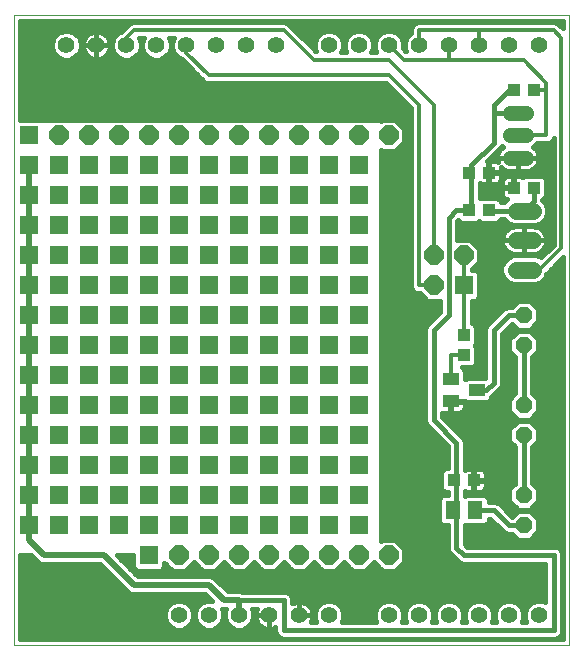
<source format=gtl>
G75*
G70*
%OFA0B0*%
%FSLAX24Y24*%
%IPPOS*%
%LPD*%
%AMOC8*
5,1,8,0,0,1.08239X$1,22.5*
%
%ADD10C,0.0000*%
%ADD11C,0.0555*%
%ADD12C,0.0560*%
%ADD13C,0.0516*%
%ADD14OC8,0.0560*%
%ADD15R,0.0433X0.0394*%
%ADD16R,0.0551X0.0394*%
%ADD17R,0.0512X0.0591*%
%ADD18R,0.0394X0.0433*%
%ADD19R,0.0640X0.0640*%
%ADD20OC8,0.0640*%
%ADD21C,0.0160*%
%ADD22R,0.0600X0.0600*%
%ADD23C,0.0200*%
%ADD24C,0.0120*%
D10*
X000252Y000181D02*
X000252Y021181D01*
X018752Y021181D01*
X018752Y000181D01*
X000252Y000181D01*
D11*
X005752Y001181D03*
X006752Y001181D03*
X007752Y001181D03*
X008752Y001181D03*
X009752Y001181D03*
X010752Y001181D03*
X012752Y001181D03*
X013752Y001181D03*
X014752Y001181D03*
X015752Y001181D03*
X016752Y001181D03*
X017752Y001181D03*
X017752Y020181D03*
X016752Y020181D03*
X015752Y020181D03*
X014752Y020181D03*
X013752Y020181D03*
X012752Y020181D03*
X011752Y020181D03*
X010752Y020181D03*
X009002Y020181D03*
X008002Y020181D03*
X007002Y020181D03*
X006002Y020181D03*
X005002Y020181D03*
X004002Y020181D03*
X003002Y020181D03*
X002002Y020181D03*
D12*
X016982Y014665D02*
X017542Y014665D01*
X017542Y013681D02*
X016982Y013681D01*
X016982Y012697D02*
X017542Y012697D01*
D13*
X017309Y016429D02*
X016793Y016429D01*
X016793Y017181D02*
X017309Y017181D01*
X017309Y017929D02*
X016793Y017929D01*
D14*
X017252Y011181D03*
X017252Y010181D03*
X017252Y008181D03*
X017252Y007181D03*
X017252Y005181D03*
X017252Y004181D03*
D15*
X015587Y005681D03*
X014917Y005681D03*
X015252Y009847D03*
X015252Y010516D03*
X016917Y015431D03*
X017587Y015431D03*
X016087Y015931D03*
X015417Y015931D03*
D16*
X014819Y009055D03*
X015685Y008681D03*
X014819Y008307D03*
D17*
X014878Y004681D03*
X015626Y004681D03*
D18*
X015417Y014681D03*
X016087Y014681D03*
X016917Y018681D03*
X017587Y018681D03*
D19*
X015252Y012181D03*
X000752Y017181D03*
X004752Y003181D03*
D20*
X005752Y003181D03*
X006752Y003181D03*
X007752Y003181D03*
X008752Y003181D03*
X009752Y003181D03*
X010752Y003181D03*
X011752Y003181D03*
X012752Y003181D03*
X014252Y012181D03*
X014252Y013181D03*
X015252Y013181D03*
X012752Y017181D03*
X011752Y017181D03*
X010752Y017181D03*
X009752Y017181D03*
X008752Y017181D03*
X007752Y017181D03*
X006752Y017181D03*
X005752Y017181D03*
X004752Y017181D03*
X003752Y017181D03*
X002752Y017181D03*
X001752Y017181D03*
D21*
X001987Y017681D02*
X001967Y017701D01*
X001537Y017701D01*
X001517Y017681D01*
X001175Y017681D01*
X001155Y017701D01*
X000452Y017701D01*
X000452Y020981D01*
X018552Y020981D01*
X018552Y020749D01*
X018399Y020902D01*
X018304Y020941D01*
X018200Y020941D01*
X015700Y020941D01*
X013700Y020941D01*
X013605Y020902D01*
X013532Y020829D01*
X013492Y020733D01*
X013492Y020630D01*
X013492Y020591D01*
X013481Y020586D01*
X013347Y020452D01*
X013274Y020276D01*
X013274Y020086D01*
X013317Y019984D01*
X013225Y020076D01*
X013229Y020086D01*
X013229Y020276D01*
X013157Y020452D01*
X013022Y020586D01*
X012847Y020659D01*
X012657Y020659D01*
X012481Y020586D01*
X012347Y020452D01*
X012274Y020276D01*
X012274Y020086D01*
X012335Y019941D01*
X012169Y019941D01*
X012229Y020086D01*
X012229Y020276D01*
X012157Y020452D01*
X012022Y020586D01*
X011847Y020659D01*
X011657Y020659D01*
X011481Y020586D01*
X011347Y020452D01*
X011274Y020276D01*
X011274Y020086D01*
X011335Y019941D01*
X011169Y019941D01*
X011229Y020086D01*
X011229Y020276D01*
X011157Y020452D01*
X011022Y020586D01*
X010847Y020659D01*
X010657Y020659D01*
X010481Y020586D01*
X010347Y020452D01*
X010274Y020276D01*
X010274Y020086D01*
X010317Y019984D01*
X009399Y020902D01*
X009304Y020941D01*
X009200Y020941D01*
X004200Y020941D01*
X004105Y020902D01*
X004032Y020829D01*
X003830Y020627D01*
X003731Y020586D01*
X003597Y020452D01*
X003524Y020276D01*
X003524Y020086D01*
X003597Y019911D01*
X003731Y019777D01*
X003907Y019704D01*
X004097Y019704D01*
X004272Y019777D01*
X004407Y019911D01*
X004479Y020086D01*
X004479Y020276D01*
X004419Y020421D01*
X004585Y020421D01*
X004524Y020276D01*
X004524Y020086D01*
X004597Y019911D01*
X004731Y019777D01*
X004907Y019704D01*
X005097Y019704D01*
X005272Y019777D01*
X005407Y019911D01*
X005479Y020086D01*
X005479Y020276D01*
X005419Y020421D01*
X005585Y020421D01*
X005524Y020276D01*
X005524Y020086D01*
X005597Y019911D01*
X005731Y019777D01*
X005830Y019736D01*
X005855Y019711D01*
X006532Y019034D01*
X006605Y018961D01*
X006700Y018921D01*
X012644Y018921D01*
X013492Y018074D01*
X013492Y012130D01*
X013532Y012034D01*
X013605Y011961D01*
X013700Y011921D01*
X013777Y011921D01*
X014037Y011661D01*
X014467Y011661D01*
X014472Y011666D01*
X014472Y011297D01*
X014093Y010919D01*
X014015Y010840D01*
X013972Y010737D01*
X013972Y007626D01*
X014015Y007523D01*
X014093Y007444D01*
X014093Y007444D01*
X014722Y006815D01*
X014722Y006078D01*
X014618Y006078D01*
X014501Y005961D01*
X014501Y005402D01*
X014618Y005285D01*
X014722Y005285D01*
X014722Y005177D01*
X014539Y005177D01*
X014422Y005060D01*
X014422Y004303D01*
X014539Y004186D01*
X014722Y004186D01*
X014722Y003487D01*
X014722Y003376D01*
X014765Y003273D01*
X015015Y003023D01*
X015015Y003023D01*
X015093Y002944D01*
X015196Y002901D01*
X017972Y002901D01*
X017972Y001607D01*
X017847Y001659D01*
X017657Y001659D01*
X017481Y001586D01*
X017347Y001452D01*
X017274Y001276D01*
X017274Y001086D01*
X017326Y000961D01*
X017178Y000961D01*
X017229Y001086D01*
X017229Y001276D01*
X017157Y001452D01*
X017022Y001586D01*
X016847Y001659D01*
X016657Y001659D01*
X016481Y001586D01*
X016347Y001452D01*
X016274Y001276D01*
X016274Y001086D01*
X016326Y000961D01*
X016178Y000961D01*
X016229Y001086D01*
X016229Y001276D01*
X016157Y001452D01*
X016022Y001586D01*
X015847Y001659D01*
X015657Y001659D01*
X015481Y001586D01*
X015347Y001452D01*
X015274Y001276D01*
X015274Y001086D01*
X015326Y000961D01*
X015178Y000961D01*
X015229Y001086D01*
X015229Y001276D01*
X015157Y001452D01*
X015022Y001586D01*
X014847Y001659D01*
X014657Y001659D01*
X014481Y001586D01*
X014347Y001452D01*
X014274Y001276D01*
X014274Y001086D01*
X014326Y000961D01*
X014178Y000961D01*
X014229Y001086D01*
X014229Y001276D01*
X014157Y001452D01*
X014022Y001586D01*
X013847Y001659D01*
X013657Y001659D01*
X013481Y001586D01*
X013347Y001452D01*
X013274Y001276D01*
X013274Y001086D01*
X013326Y000961D01*
X013178Y000961D01*
X013229Y001086D01*
X013229Y001276D01*
X013157Y001452D01*
X013022Y001586D01*
X012847Y001659D01*
X012657Y001659D01*
X012481Y001586D01*
X012347Y001452D01*
X012274Y001276D01*
X012274Y001086D01*
X012326Y000961D01*
X011178Y000961D01*
X011229Y001086D01*
X011229Y001276D01*
X011157Y001452D01*
X011022Y001586D01*
X010847Y001659D01*
X010657Y001659D01*
X010481Y001586D01*
X010347Y001452D01*
X010274Y001276D01*
X010274Y001086D01*
X010326Y000961D01*
X010153Y000961D01*
X010176Y001006D01*
X010198Y001074D01*
X010209Y001145D01*
X010209Y001181D01*
X009752Y001181D01*
X009752Y001182D01*
X009752Y001182D01*
X009752Y001639D01*
X009788Y001639D01*
X009859Y001628D01*
X009928Y001605D01*
X009992Y001573D01*
X010050Y001530D01*
X010101Y001479D01*
X010143Y001421D01*
X010176Y001357D01*
X010198Y001289D01*
X010209Y001217D01*
X010209Y001182D01*
X009752Y001182D01*
X009752Y001639D01*
X009716Y001639D01*
X009645Y001628D01*
X009576Y001605D01*
X009532Y001583D01*
X009532Y001737D01*
X009489Y001840D01*
X009411Y001919D01*
X009308Y001961D01*
X009196Y001961D01*
X007860Y001961D01*
X007812Y001981D01*
X007376Y001981D01*
X006922Y002436D01*
X006812Y002481D01*
X006692Y002481D01*
X004376Y002481D01*
X003676Y003181D01*
X004232Y003181D01*
X004232Y002779D01*
X004349Y002661D01*
X005155Y002661D01*
X005272Y002779D01*
X005272Y002926D01*
X005537Y002661D01*
X005967Y002661D01*
X006252Y002946D01*
X006537Y002661D01*
X006967Y002661D01*
X007252Y002946D01*
X007537Y002661D01*
X007967Y002661D01*
X008252Y002946D01*
X008537Y002661D01*
X008967Y002661D01*
X009252Y002946D01*
X009537Y002661D01*
X009967Y002661D01*
X010252Y002946D01*
X010537Y002661D01*
X010967Y002661D01*
X011252Y002946D01*
X011537Y002661D01*
X011967Y002661D01*
X012252Y002946D01*
X012537Y002661D01*
X012967Y002661D01*
X013272Y002966D01*
X013272Y003397D01*
X012967Y003701D01*
X012537Y003701D01*
X012502Y003667D01*
X012502Y016696D01*
X012537Y016661D01*
X012967Y016661D01*
X013272Y016966D01*
X013272Y017397D01*
X012967Y017701D01*
X012537Y017701D01*
X012502Y017667D01*
X012502Y017681D01*
X011987Y017681D01*
X011967Y017701D01*
X011537Y017701D01*
X011517Y017681D01*
X010987Y017681D01*
X010967Y017701D01*
X010537Y017701D01*
X010517Y017681D01*
X009987Y017681D01*
X009967Y017701D01*
X009537Y017701D01*
X009517Y017681D01*
X008987Y017681D01*
X008967Y017701D01*
X008537Y017701D01*
X008517Y017681D01*
X007987Y017681D01*
X007967Y017701D01*
X007537Y017701D01*
X007517Y017681D01*
X006987Y017681D01*
X006967Y017701D01*
X006537Y017701D01*
X006517Y017681D01*
X005987Y017681D01*
X005967Y017701D01*
X005537Y017701D01*
X005517Y017681D01*
X004987Y017681D01*
X004967Y017701D01*
X004537Y017701D01*
X004517Y017681D01*
X003987Y017681D01*
X003967Y017701D01*
X003537Y017701D01*
X003517Y017681D01*
X002987Y017681D01*
X002967Y017701D01*
X002537Y017701D01*
X002517Y017681D01*
X001987Y017681D01*
X000452Y017780D02*
X013492Y017780D01*
X013492Y017938D02*
X000452Y017938D01*
X000452Y018097D02*
X013469Y018097D01*
X013310Y018255D02*
X000452Y018255D01*
X000452Y018414D02*
X013152Y018414D01*
X012993Y018572D02*
X000452Y018572D01*
X000452Y018731D02*
X012835Y018731D01*
X012676Y018890D02*
X000452Y018890D01*
X000452Y019048D02*
X006518Y019048D01*
X006359Y019207D02*
X000452Y019207D01*
X000452Y019365D02*
X006201Y019365D01*
X006042Y019524D02*
X000452Y019524D01*
X000452Y019682D02*
X005883Y019682D01*
X005667Y019841D02*
X005337Y019841D01*
X005443Y019999D02*
X005561Y019999D01*
X005524Y020158D02*
X005479Y020158D01*
X005463Y020316D02*
X005541Y020316D01*
X004541Y020316D02*
X004463Y020316D01*
X004479Y020158D02*
X004524Y020158D01*
X004561Y019999D02*
X004443Y019999D01*
X004337Y019841D02*
X004667Y019841D01*
X003667Y019841D02*
X003308Y019841D01*
X003300Y019832D02*
X003351Y019883D01*
X003393Y019942D01*
X003426Y020006D01*
X003448Y020074D01*
X003459Y020145D01*
X003459Y020181D01*
X003002Y020181D01*
X003002Y019724D01*
X003038Y019724D01*
X003109Y019735D01*
X003178Y019757D01*
X003242Y019790D01*
X003300Y019832D01*
X003423Y019999D02*
X003561Y019999D01*
X003524Y020158D02*
X003459Y020158D01*
X003459Y020182D02*
X003459Y020217D01*
X003448Y020289D01*
X003426Y020357D01*
X003393Y020421D01*
X003351Y020479D01*
X003300Y020530D01*
X003242Y020573D01*
X003178Y020605D01*
X003109Y020628D01*
X003038Y020639D01*
X003002Y020639D01*
X003002Y020182D01*
X003002Y020182D01*
X003002Y020639D01*
X002966Y020639D01*
X002895Y020628D01*
X002826Y020605D01*
X002762Y020573D01*
X002704Y020530D01*
X002653Y020479D01*
X002611Y020421D01*
X002578Y020357D01*
X002556Y020289D01*
X002544Y020217D01*
X002544Y020182D01*
X003002Y020182D01*
X003459Y020182D01*
X003439Y020316D02*
X003541Y020316D01*
X003620Y020475D02*
X003354Y020475D01*
X003072Y020634D02*
X003836Y020634D01*
X003995Y020792D02*
X000452Y020792D01*
X000452Y020634D02*
X001846Y020634D01*
X001907Y020659D02*
X001731Y020586D01*
X001597Y020452D01*
X001524Y020276D01*
X001524Y020086D01*
X001597Y019911D01*
X001731Y019777D01*
X001907Y019704D01*
X002097Y019704D01*
X002272Y019777D01*
X002407Y019911D01*
X002479Y020086D01*
X002479Y020276D01*
X002407Y020452D01*
X002272Y020586D01*
X002097Y020659D01*
X001907Y020659D01*
X002158Y020634D02*
X002932Y020634D01*
X003002Y020634D02*
X003002Y020634D01*
X003002Y020475D02*
X003002Y020475D01*
X003002Y020316D02*
X003002Y020316D01*
X003002Y020182D02*
X003002Y020181D01*
X003002Y020181D01*
X003002Y019724D01*
X002966Y019724D01*
X002895Y019735D01*
X002826Y019757D01*
X002762Y019790D01*
X002704Y019832D01*
X002653Y019883D01*
X002611Y019942D01*
X002578Y020006D01*
X002556Y020074D01*
X002544Y020145D01*
X002544Y020181D01*
X003002Y020181D01*
X003002Y020182D01*
X003002Y020158D02*
X003002Y020158D01*
X003002Y019999D02*
X003002Y019999D01*
X003002Y019841D02*
X003002Y019841D01*
X002696Y019841D02*
X002337Y019841D01*
X002443Y019999D02*
X002581Y019999D01*
X002544Y020158D02*
X002479Y020158D01*
X002463Y020316D02*
X002565Y020316D01*
X002650Y020475D02*
X002384Y020475D01*
X001620Y020475D02*
X000452Y020475D01*
X000452Y020316D02*
X001541Y020316D01*
X001524Y020158D02*
X000452Y020158D01*
X000452Y019999D02*
X001561Y019999D01*
X001667Y019841D02*
X000452Y019841D01*
X000452Y020951D02*
X018552Y020951D01*
X018552Y020792D02*
X018509Y020792D01*
X016917Y018681D02*
X016752Y018681D01*
X016252Y018181D01*
X016252Y017931D01*
X016254Y017929D01*
X017051Y017929D01*
X016252Y017931D02*
X016252Y016931D01*
X015502Y016181D01*
X015502Y016016D01*
X015417Y015931D01*
X015502Y015847D01*
X015502Y014766D01*
X015417Y014681D02*
X015002Y014681D01*
X014752Y014431D01*
X014752Y011181D01*
X014252Y010681D01*
X014252Y007681D01*
X015002Y006931D01*
X015002Y005766D01*
X015002Y005681D02*
X015002Y004805D01*
X015002Y004681D02*
X015002Y003431D01*
X015252Y003181D01*
X018252Y003181D01*
X018252Y000681D01*
X009252Y000681D01*
X009252Y001681D01*
X007752Y001681D01*
X008178Y001401D02*
X008351Y001401D01*
X008328Y001357D01*
X008306Y001289D01*
X008294Y001217D01*
X008294Y001182D01*
X008752Y001182D01*
X008752Y001181D01*
X008752Y000724D01*
X008788Y000724D01*
X008859Y000735D01*
X008928Y000757D01*
X008972Y000780D01*
X008972Y000737D01*
X008972Y000626D01*
X009015Y000523D01*
X009093Y000444D01*
X009196Y000401D01*
X018196Y000401D01*
X018308Y000401D01*
X018411Y000444D01*
X018489Y000523D01*
X018532Y000626D01*
X018532Y003126D01*
X018532Y003237D01*
X018489Y003340D01*
X018411Y003419D01*
X018308Y003461D01*
X015368Y003461D01*
X015282Y003547D01*
X015282Y004191D01*
X015287Y004186D01*
X015965Y004186D01*
X016082Y004303D01*
X016082Y004401D01*
X016136Y004401D01*
X016515Y004023D01*
X016593Y003944D01*
X016696Y003901D01*
X016853Y003901D01*
X017053Y003701D01*
X017451Y003701D01*
X017732Y003983D01*
X017732Y004380D01*
X017451Y004661D01*
X017053Y004661D01*
X016861Y004469D01*
X016411Y004919D01*
X016308Y004961D01*
X016196Y004961D01*
X016082Y004961D01*
X016082Y005060D01*
X015965Y005177D01*
X015287Y005177D01*
X015282Y005171D01*
X015282Y005328D01*
X015301Y005317D01*
X015346Y005305D01*
X015568Y005305D01*
X015568Y005663D01*
X015605Y005663D01*
X015605Y005700D01*
X015568Y005700D01*
X015568Y006058D01*
X015346Y006058D01*
X015301Y006046D01*
X015282Y006035D01*
X015282Y006987D01*
X015239Y007090D01*
X015161Y007169D01*
X014532Y007797D01*
X014532Y007931D01*
X014800Y007931D01*
X014800Y008289D01*
X014837Y008289D01*
X014837Y007931D01*
X015118Y007931D01*
X015164Y007943D01*
X015205Y007966D01*
X015239Y008000D01*
X015262Y008041D01*
X015274Y008087D01*
X015274Y008289D01*
X014838Y008289D01*
X014838Y008326D01*
X015274Y008326D01*
X015274Y008337D01*
X015327Y008285D01*
X016043Y008285D01*
X016161Y008402D01*
X016161Y008444D01*
X016239Y008523D01*
X016489Y008773D01*
X016532Y008876D01*
X016532Y008987D01*
X016532Y010565D01*
X016861Y010894D01*
X017053Y010701D01*
X017451Y010701D01*
X017732Y010983D01*
X017732Y011380D01*
X017451Y011661D01*
X017053Y011661D01*
X016853Y011461D01*
X016808Y011461D01*
X016696Y011461D01*
X016593Y011419D01*
X016093Y010919D01*
X016015Y010840D01*
X015972Y010737D01*
X015972Y009078D01*
X015327Y009078D01*
X015294Y009046D01*
X015294Y009335D01*
X015180Y009450D01*
X015551Y009450D01*
X015668Y009567D01*
X015668Y010126D01*
X015614Y010181D01*
X015668Y010236D01*
X015668Y010796D01*
X015551Y010913D01*
X015512Y010913D01*
X015512Y011661D01*
X015655Y011661D01*
X015772Y011779D01*
X015772Y012584D01*
X015655Y012701D01*
X015512Y012701D01*
X015512Y012706D01*
X015772Y012966D01*
X015772Y013397D01*
X015467Y013701D01*
X015037Y013701D01*
X015032Y013697D01*
X015032Y014315D01*
X015059Y014343D01*
X015138Y014265D01*
X015697Y014265D01*
X015752Y014320D01*
X015807Y014265D01*
X016366Y014265D01*
X016483Y014382D01*
X016483Y014385D01*
X016584Y014385D01*
X016711Y014258D01*
X016887Y014185D01*
X017638Y014185D01*
X017814Y014258D01*
X017949Y014393D01*
X018022Y014570D01*
X018022Y014761D01*
X017949Y014937D01*
X017867Y015020D01*
X017867Y015035D01*
X017886Y015035D01*
X018003Y015152D01*
X018003Y015711D01*
X017886Y015828D01*
X017287Y015828D01*
X017236Y015777D01*
X017203Y015796D01*
X017158Y015808D01*
X016936Y015808D01*
X016936Y015450D01*
X016899Y015450D01*
X016899Y015808D01*
X016677Y015808D01*
X016631Y015796D01*
X016590Y015772D01*
X016557Y015739D01*
X016533Y015698D01*
X016521Y015652D01*
X016521Y015450D01*
X016899Y015450D01*
X016899Y015413D01*
X016521Y015413D01*
X016521Y015211D01*
X016533Y015165D01*
X016557Y015124D01*
X016590Y015091D01*
X016631Y015067D01*
X016677Y015055D01*
X016693Y015055D01*
X016584Y014945D01*
X016483Y014945D01*
X016483Y014981D01*
X016366Y015098D01*
X015807Y015098D01*
X015782Y015073D01*
X015782Y015578D01*
X015801Y015567D01*
X015846Y015555D01*
X016068Y015555D01*
X016068Y015913D01*
X016105Y015913D01*
X016105Y015950D01*
X016068Y015950D01*
X016068Y016308D01*
X016025Y016308D01*
X016489Y016773D01*
X016508Y016819D01*
X016534Y016793D01*
X016544Y016789D01*
X016508Y016763D01*
X016459Y016715D01*
X016419Y016659D01*
X016388Y016597D01*
X016366Y016532D01*
X016356Y016464D01*
X016356Y016430D01*
X017051Y016430D01*
X017051Y016429D01*
X017051Y016429D01*
X017051Y015992D01*
X016759Y015992D01*
X016691Y016002D01*
X016625Y016024D01*
X016564Y016055D01*
X016508Y016096D01*
X016483Y016121D01*
X016483Y015950D01*
X016105Y015950D01*
X016105Y016308D01*
X016327Y016308D01*
X016373Y016296D01*
X016377Y016293D01*
X016366Y016327D01*
X016356Y016395D01*
X016356Y016429D01*
X017051Y016429D01*
X017051Y015992D01*
X017343Y015992D01*
X017411Y016002D01*
X017477Y016024D01*
X017538Y016055D01*
X017594Y016096D01*
X017643Y016144D01*
X017683Y016200D01*
X017715Y016261D01*
X017736Y016327D01*
X017747Y016395D01*
X017747Y016429D01*
X017052Y016429D01*
X017052Y016430D01*
X017747Y016430D01*
X017747Y016464D01*
X017736Y016532D01*
X017715Y016597D01*
X017683Y016659D01*
X017643Y016715D01*
X017594Y016763D01*
X017558Y016789D01*
X017568Y016793D01*
X017696Y016921D01*
X018054Y016921D01*
X018149Y016961D01*
X018222Y017034D01*
X018242Y017082D01*
X018242Y013539D01*
X017809Y013106D01*
X017638Y013177D01*
X016887Y013177D01*
X016711Y013104D01*
X016576Y012969D01*
X016502Y012792D01*
X016502Y012601D01*
X016576Y012425D01*
X016711Y012290D01*
X016887Y012217D01*
X017638Y012217D01*
X017814Y012290D01*
X017949Y012425D01*
X018010Y012572D01*
X018552Y013114D01*
X018552Y000381D01*
X000452Y000381D01*
X000452Y003181D01*
X000828Y003181D01*
X000998Y003011D01*
X001082Y002927D01*
X001192Y002881D01*
X003128Y002881D01*
X003998Y002011D01*
X004082Y001927D01*
X004192Y001881D01*
X006628Y001881D01*
X006853Y001656D01*
X006847Y001659D01*
X006657Y001659D01*
X006481Y001586D01*
X006347Y001452D01*
X006274Y001276D01*
X006274Y001086D01*
X006347Y000911D01*
X006481Y000777D01*
X006657Y000704D01*
X006847Y000704D01*
X007022Y000777D01*
X007157Y000911D01*
X007229Y001086D01*
X007229Y001276D01*
X007185Y001385D01*
X007192Y001381D01*
X007318Y001381D01*
X007274Y001276D01*
X007274Y001086D01*
X007347Y000911D01*
X007481Y000777D01*
X007657Y000704D01*
X007847Y000704D01*
X008022Y000777D01*
X008157Y000911D01*
X008229Y001086D01*
X008229Y001276D01*
X008178Y001401D01*
X008223Y001291D02*
X008307Y001291D01*
X008294Y001181D02*
X008294Y001145D01*
X008306Y001074D01*
X008328Y001006D01*
X008361Y000942D01*
X008403Y000883D01*
X008454Y000832D01*
X008512Y000790D01*
X008576Y000757D01*
X008645Y000735D01*
X008716Y000724D01*
X008752Y000724D01*
X008752Y001181D01*
X008752Y001181D01*
X008294Y001181D01*
X008296Y001133D02*
X008229Y001133D01*
X008183Y000974D02*
X008344Y000974D01*
X008477Y000816D02*
X008061Y000816D01*
X007443Y000816D02*
X007061Y000816D01*
X007183Y000974D02*
X007321Y000974D01*
X007274Y001133D02*
X007229Y001133D01*
X007223Y001291D02*
X007281Y001291D01*
X006742Y001767D02*
X000452Y001767D01*
X000452Y001925D02*
X004086Y001925D01*
X003925Y002084D02*
X000452Y002084D01*
X000452Y002242D02*
X003767Y002242D01*
X003608Y002401D02*
X000452Y002401D01*
X000452Y002560D02*
X003450Y002560D01*
X003291Y002718D02*
X000452Y002718D01*
X000452Y002877D02*
X003132Y002877D01*
X003822Y003035D02*
X004232Y003035D01*
X004232Y002877D02*
X003981Y002877D01*
X004139Y002718D02*
X004292Y002718D01*
X004298Y002560D02*
X017972Y002560D01*
X017972Y002718D02*
X013024Y002718D01*
X013183Y002877D02*
X017972Y002877D01*
X018532Y002877D02*
X018552Y002877D01*
X018552Y003035D02*
X018532Y003035D01*
X018532Y003194D02*
X018552Y003194D01*
X018552Y003352D02*
X018477Y003352D01*
X018552Y003511D02*
X015318Y003511D01*
X015282Y003669D02*
X018552Y003669D01*
X018552Y003828D02*
X017577Y003828D01*
X017732Y003986D02*
X018552Y003986D01*
X018552Y004145D02*
X017732Y004145D01*
X017732Y004304D02*
X018552Y004304D01*
X018552Y004462D02*
X017650Y004462D01*
X017491Y004621D02*
X018552Y004621D01*
X018552Y004779D02*
X017529Y004779D01*
X017451Y004701D02*
X017732Y004983D01*
X017732Y005380D01*
X017532Y005580D01*
X017532Y006783D01*
X017732Y006983D01*
X017732Y007380D01*
X017451Y007661D01*
X017053Y007661D01*
X016772Y007380D01*
X016772Y006983D01*
X016972Y006783D01*
X016972Y005580D01*
X016772Y005380D01*
X016772Y004983D01*
X017053Y004701D01*
X017451Y004701D01*
X017687Y004938D02*
X018552Y004938D01*
X018552Y005096D02*
X017732Y005096D01*
X017732Y005255D02*
X018552Y005255D01*
X018552Y005413D02*
X017699Y005413D01*
X017540Y005572D02*
X018552Y005572D01*
X018552Y005730D02*
X017532Y005730D01*
X017532Y005889D02*
X018552Y005889D01*
X018552Y006048D02*
X017532Y006048D01*
X017532Y006206D02*
X018552Y006206D01*
X018552Y006365D02*
X017532Y006365D01*
X017532Y006523D02*
X018552Y006523D01*
X018552Y006682D02*
X017532Y006682D01*
X017590Y006840D02*
X018552Y006840D01*
X018552Y006999D02*
X017732Y006999D01*
X017732Y007157D02*
X018552Y007157D01*
X018552Y007316D02*
X017732Y007316D01*
X017638Y007474D02*
X018552Y007474D01*
X018552Y007633D02*
X017479Y007633D01*
X017451Y007701D02*
X017053Y007701D01*
X016772Y007983D01*
X016772Y008380D01*
X016972Y008580D01*
X016972Y009783D01*
X016772Y009983D01*
X016772Y010380D01*
X017053Y010661D01*
X017451Y010661D01*
X017732Y010380D01*
X017732Y009983D01*
X017532Y009783D01*
X017532Y008580D01*
X017732Y008380D01*
X017732Y007983D01*
X017451Y007701D01*
X017541Y007791D02*
X018552Y007791D01*
X018552Y007950D02*
X017699Y007950D01*
X017732Y008109D02*
X018552Y008109D01*
X018552Y008267D02*
X017732Y008267D01*
X017686Y008426D02*
X018552Y008426D01*
X018552Y008584D02*
X017532Y008584D01*
X017532Y008743D02*
X018552Y008743D01*
X018552Y008901D02*
X017532Y008901D01*
X017532Y009060D02*
X018552Y009060D01*
X018552Y009218D02*
X017532Y009218D01*
X017532Y009377D02*
X018552Y009377D01*
X018552Y009535D02*
X017532Y009535D01*
X017532Y009694D02*
X018552Y009694D01*
X018552Y009853D02*
X017602Y009853D01*
X017732Y010011D02*
X018552Y010011D01*
X018552Y010170D02*
X017732Y010170D01*
X017732Y010328D02*
X018552Y010328D01*
X018552Y010487D02*
X017625Y010487D01*
X017467Y010645D02*
X018552Y010645D01*
X018552Y010804D02*
X017553Y010804D01*
X017712Y010962D02*
X018552Y010962D01*
X018552Y011121D02*
X017732Y011121D01*
X017732Y011279D02*
X018552Y011279D01*
X018552Y011438D02*
X017674Y011438D01*
X017516Y011597D02*
X018552Y011597D01*
X018552Y011755D02*
X015748Y011755D01*
X015772Y011914D02*
X018552Y011914D01*
X018552Y012072D02*
X015772Y012072D01*
X015772Y012231D02*
X016853Y012231D01*
X016611Y012389D02*
X015772Y012389D01*
X015772Y012548D02*
X016525Y012548D01*
X016502Y012706D02*
X015512Y012706D01*
X015671Y012865D02*
X016533Y012865D01*
X016630Y013023D02*
X015772Y013023D01*
X015772Y013182D02*
X017885Y013182D01*
X017784Y013288D02*
X017842Y013330D01*
X017893Y013381D01*
X017936Y013440D01*
X017969Y013504D01*
X017991Y013573D01*
X018002Y013645D01*
X018002Y013681D01*
X018002Y013717D01*
X017991Y013789D01*
X017969Y013858D01*
X017936Y013922D01*
X017893Y013981D01*
X017842Y014032D01*
X017784Y014074D01*
X017719Y014107D01*
X017650Y014130D01*
X017579Y014141D01*
X017263Y014141D01*
X017263Y013681D01*
X018002Y013681D01*
X017263Y013681D01*
X017263Y013681D01*
X017262Y013681D01*
X017262Y013681D01*
X016522Y013681D01*
X016522Y013717D01*
X016534Y013789D01*
X016556Y013858D01*
X016589Y013922D01*
X016632Y013981D01*
X016683Y014032D01*
X016741Y014074D01*
X016806Y014107D01*
X016875Y014130D01*
X016946Y014141D01*
X017262Y014141D01*
X017262Y013681D01*
X016522Y013681D01*
X016522Y013645D01*
X016534Y013573D01*
X016556Y013504D01*
X016589Y013440D01*
X016632Y013381D01*
X016683Y013330D01*
X016741Y013288D01*
X016806Y013255D01*
X016875Y013232D01*
X016946Y013221D01*
X017262Y013221D01*
X017262Y013681D01*
X017263Y013681D01*
X017263Y013221D01*
X017579Y013221D01*
X017650Y013232D01*
X017719Y013255D01*
X017784Y013288D01*
X017853Y013341D02*
X018043Y013341D01*
X017966Y013499D02*
X018202Y013499D01*
X018242Y013658D02*
X018002Y013658D01*
X017982Y013816D02*
X018242Y013816D01*
X018242Y013975D02*
X017898Y013975D01*
X017627Y014133D02*
X018242Y014133D01*
X018242Y014292D02*
X017848Y014292D01*
X017973Y014450D02*
X018242Y014450D01*
X018242Y014609D02*
X018022Y014609D01*
X018020Y014767D02*
X018242Y014767D01*
X018242Y014926D02*
X017954Y014926D01*
X017936Y015084D02*
X018242Y015084D01*
X018242Y015243D02*
X018003Y015243D01*
X018003Y015402D02*
X018242Y015402D01*
X018242Y015560D02*
X018003Y015560D01*
X017996Y015719D02*
X018242Y015719D01*
X018242Y015877D02*
X016483Y015877D01*
X016483Y015913D02*
X016105Y015913D01*
X016105Y015555D01*
X016327Y015555D01*
X016373Y015567D01*
X016414Y015591D01*
X016447Y015624D01*
X016471Y015665D01*
X016483Y015711D01*
X016483Y015913D01*
X016483Y016036D02*
X016602Y016036D01*
X016362Y016353D02*
X016069Y016353D01*
X016068Y016194D02*
X016105Y016194D01*
X016105Y016036D02*
X016068Y016036D01*
X016068Y015877D02*
X016105Y015877D01*
X016105Y015719D02*
X016068Y015719D01*
X016068Y015560D02*
X016105Y015560D01*
X016348Y015560D02*
X016521Y015560D01*
X016521Y015402D02*
X015782Y015402D01*
X015782Y015560D02*
X015826Y015560D01*
X015782Y015243D02*
X016521Y015243D01*
X016601Y015084D02*
X016380Y015084D01*
X016103Y014665D02*
X017262Y014665D01*
X017587Y014989D01*
X017587Y015431D01*
X016936Y015560D02*
X016899Y015560D01*
X016899Y015719D02*
X016936Y015719D01*
X016545Y015719D02*
X016483Y015719D01*
X017051Y016036D02*
X017051Y016036D01*
X017051Y016194D02*
X017051Y016194D01*
X017051Y016353D02*
X017051Y016353D01*
X017501Y016036D02*
X018242Y016036D01*
X018242Y016194D02*
X017679Y016194D01*
X017740Y016353D02*
X018242Y016353D01*
X018242Y016511D02*
X017739Y016511D01*
X017675Y016670D02*
X018242Y016670D01*
X018242Y016828D02*
X017603Y016828D01*
X018175Y016987D02*
X018242Y016987D01*
X016427Y016670D02*
X016386Y016670D01*
X016363Y016511D02*
X016228Y016511D01*
X015794Y015084D02*
X015782Y015084D01*
X015780Y014292D02*
X015724Y014292D01*
X015111Y014292D02*
X015032Y014292D01*
X015032Y014133D02*
X016898Y014133D01*
X016677Y014292D02*
X016393Y014292D01*
X016627Y013975D02*
X015032Y013975D01*
X015032Y013816D02*
X016543Y013816D01*
X016522Y013658D02*
X015511Y013658D01*
X015670Y013499D02*
X016559Y013499D01*
X016672Y013341D02*
X015772Y013341D01*
X017262Y013341D02*
X017263Y013341D01*
X017262Y013499D02*
X017263Y013499D01*
X017262Y013658D02*
X017263Y013658D01*
X017262Y013816D02*
X017263Y013816D01*
X017262Y013975D02*
X017263Y013975D01*
X017262Y014133D02*
X017263Y014133D01*
X018462Y013023D02*
X018552Y013023D01*
X018552Y012865D02*
X018303Y012865D01*
X018145Y012706D02*
X018552Y012706D01*
X018552Y012548D02*
X018000Y012548D01*
X017914Y012389D02*
X018552Y012389D01*
X018552Y012231D02*
X017672Y012231D01*
X016988Y011597D02*
X015512Y011597D01*
X015512Y011438D02*
X016640Y011438D01*
X016454Y011279D02*
X015512Y011279D01*
X015512Y011121D02*
X016296Y011121D01*
X016137Y010962D02*
X015512Y010962D01*
X015660Y010804D02*
X016000Y010804D01*
X015972Y010645D02*
X015668Y010645D01*
X015668Y010487D02*
X015972Y010487D01*
X015972Y010328D02*
X015668Y010328D01*
X015625Y010170D02*
X015972Y010170D01*
X015972Y010011D02*
X015668Y010011D01*
X015668Y009853D02*
X015972Y009853D01*
X015972Y009694D02*
X015668Y009694D01*
X015637Y009535D02*
X015972Y009535D01*
X015972Y009377D02*
X015253Y009377D01*
X015294Y009218D02*
X015972Y009218D01*
X015308Y009060D02*
X015294Y009060D01*
X015685Y008681D02*
X016002Y008681D01*
X016252Y008931D01*
X016252Y010681D01*
X016752Y011181D01*
X017252Y011181D01*
X016951Y010804D02*
X016770Y010804D01*
X016612Y010645D02*
X017037Y010645D01*
X016879Y010487D02*
X016532Y010487D01*
X016532Y010328D02*
X016772Y010328D01*
X016772Y010170D02*
X016532Y010170D01*
X016532Y010011D02*
X016772Y010011D01*
X016902Y009853D02*
X016532Y009853D01*
X016532Y009694D02*
X016972Y009694D01*
X016972Y009535D02*
X016532Y009535D01*
X016532Y009377D02*
X016972Y009377D01*
X016972Y009218D02*
X016532Y009218D01*
X016532Y009060D02*
X016972Y009060D01*
X016972Y008901D02*
X016532Y008901D01*
X016459Y008743D02*
X016972Y008743D01*
X016972Y008584D02*
X016301Y008584D01*
X016161Y008426D02*
X016817Y008426D01*
X016772Y008267D02*
X015274Y008267D01*
X015274Y008109D02*
X016772Y008109D01*
X016805Y007950D02*
X015176Y007950D01*
X014837Y007950D02*
X014800Y007950D01*
X014800Y008109D02*
X014837Y008109D01*
X014837Y008267D02*
X014800Y008267D01*
X014538Y007791D02*
X016963Y007791D01*
X017025Y007633D02*
X014696Y007633D01*
X014855Y007474D02*
X016866Y007474D01*
X016772Y007316D02*
X015013Y007316D01*
X015161Y007169D02*
X015161Y007169D01*
X015172Y007157D02*
X016772Y007157D01*
X016772Y006999D02*
X015277Y006999D01*
X015282Y006840D02*
X016914Y006840D01*
X016972Y006682D02*
X015282Y006682D01*
X015282Y006523D02*
X016972Y006523D01*
X016972Y006365D02*
X015282Y006365D01*
X015282Y006206D02*
X016972Y006206D01*
X016972Y006048D02*
X015867Y006048D01*
X015873Y006046D02*
X015827Y006058D01*
X015605Y006058D01*
X015605Y005700D01*
X015983Y005700D01*
X015983Y005902D01*
X015971Y005948D01*
X015947Y005989D01*
X015914Y006022D01*
X015873Y006046D01*
X015983Y005889D02*
X016972Y005889D01*
X016972Y005730D02*
X015983Y005730D01*
X015983Y005663D02*
X015605Y005663D01*
X015605Y005305D01*
X015827Y005305D01*
X015873Y005317D01*
X015914Y005341D01*
X015947Y005374D01*
X015971Y005415D01*
X015983Y005461D01*
X015983Y005663D01*
X015983Y005572D02*
X016964Y005572D01*
X016805Y005413D02*
X015970Y005413D01*
X015605Y005413D02*
X015568Y005413D01*
X015568Y005572D02*
X015605Y005572D01*
X015605Y005730D02*
X015568Y005730D01*
X015568Y005889D02*
X015605Y005889D01*
X015605Y006048D02*
X015568Y006048D01*
X015306Y006048D02*
X015282Y006048D01*
X014722Y006206D02*
X012502Y006206D01*
X012502Y006048D02*
X014587Y006048D01*
X014501Y005889D02*
X012502Y005889D01*
X012502Y005730D02*
X014501Y005730D01*
X014501Y005572D02*
X012502Y005572D01*
X012502Y005413D02*
X014501Y005413D01*
X014722Y005255D02*
X012502Y005255D01*
X012502Y005096D02*
X014459Y005096D01*
X014422Y004938D02*
X012502Y004938D01*
X012502Y004779D02*
X014422Y004779D01*
X014422Y004621D02*
X012502Y004621D01*
X012502Y004462D02*
X014422Y004462D01*
X014422Y004304D02*
X012502Y004304D01*
X012502Y004145D02*
X014722Y004145D01*
X014722Y003986D02*
X012502Y003986D01*
X012502Y003828D02*
X014722Y003828D01*
X014722Y003669D02*
X012999Y003669D01*
X013158Y003511D02*
X014722Y003511D01*
X014732Y003352D02*
X013272Y003352D01*
X013272Y003194D02*
X014844Y003194D01*
X015002Y003035D02*
X013272Y003035D01*
X012480Y002718D02*
X012024Y002718D01*
X012183Y002877D02*
X012321Y002877D01*
X011480Y002718D02*
X011024Y002718D01*
X011183Y002877D02*
X011321Y002877D01*
X010480Y002718D02*
X010024Y002718D01*
X010183Y002877D02*
X010321Y002877D01*
X009480Y002718D02*
X009024Y002718D01*
X009183Y002877D02*
X009321Y002877D01*
X008480Y002718D02*
X008024Y002718D01*
X008183Y002877D02*
X008321Y002877D01*
X007480Y002718D02*
X007024Y002718D01*
X007183Y002877D02*
X007321Y002877D01*
X006957Y002401D02*
X017972Y002401D01*
X017972Y002242D02*
X007115Y002242D01*
X007274Y002084D02*
X017972Y002084D01*
X017972Y001925D02*
X009395Y001925D01*
X009520Y001767D02*
X017972Y001767D01*
X017969Y001608D02*
X017972Y001608D01*
X017535Y001608D02*
X016969Y001608D01*
X017158Y001450D02*
X017346Y001450D01*
X017281Y001291D02*
X017223Y001291D01*
X017229Y001133D02*
X017274Y001133D01*
X017321Y000974D02*
X017183Y000974D01*
X016321Y000974D02*
X016183Y000974D01*
X016229Y001133D02*
X016274Y001133D01*
X016281Y001291D02*
X016223Y001291D01*
X016158Y001450D02*
X016346Y001450D01*
X016535Y001608D02*
X015969Y001608D01*
X015535Y001608D02*
X014969Y001608D01*
X015158Y001450D02*
X015346Y001450D01*
X015281Y001291D02*
X015223Y001291D01*
X015229Y001133D02*
X015274Y001133D01*
X015321Y000974D02*
X015183Y000974D01*
X014321Y000974D02*
X014183Y000974D01*
X014229Y001133D02*
X014274Y001133D01*
X014281Y001291D02*
X014223Y001291D01*
X014158Y001450D02*
X014346Y001450D01*
X014535Y001608D02*
X013969Y001608D01*
X013535Y001608D02*
X012969Y001608D01*
X013158Y001450D02*
X013346Y001450D01*
X013281Y001291D02*
X013223Y001291D01*
X013229Y001133D02*
X013274Y001133D01*
X013321Y000974D02*
X013183Y000974D01*
X012321Y000974D02*
X011183Y000974D01*
X011229Y001133D02*
X012274Y001133D01*
X012281Y001291D02*
X011223Y001291D01*
X011158Y001450D02*
X012346Y001450D01*
X012535Y001608D02*
X010969Y001608D01*
X010535Y001608D02*
X009919Y001608D01*
X009752Y001608D02*
X009752Y001608D01*
X009752Y001450D02*
X009752Y001450D01*
X009752Y001291D02*
X009752Y001291D01*
X009585Y001608D02*
X009532Y001608D01*
X010122Y001450D02*
X010346Y001450D01*
X010281Y001291D02*
X010197Y001291D01*
X010207Y001133D02*
X010274Y001133D01*
X010321Y000974D02*
X010160Y000974D01*
X009039Y000499D02*
X000452Y000499D01*
X000452Y000657D02*
X008972Y000657D01*
X008752Y000816D02*
X008752Y000816D01*
X008752Y000974D02*
X008752Y000974D01*
X008752Y001133D02*
X008752Y001133D01*
X006535Y001608D02*
X005969Y001608D01*
X006022Y001586D02*
X005847Y001659D01*
X005657Y001659D01*
X005481Y001586D01*
X005347Y001452D01*
X005274Y001276D01*
X005274Y001086D01*
X005347Y000911D01*
X005481Y000777D01*
X005657Y000704D01*
X005847Y000704D01*
X006022Y000777D01*
X006157Y000911D01*
X006229Y001086D01*
X006229Y001276D01*
X006157Y001452D01*
X006022Y001586D01*
X006158Y001450D02*
X006346Y001450D01*
X006281Y001291D02*
X006223Y001291D01*
X006229Y001133D02*
X006274Y001133D01*
X006321Y000974D02*
X006183Y000974D01*
X006061Y000816D02*
X006443Y000816D01*
X005443Y000816D02*
X000452Y000816D01*
X000452Y000974D02*
X005321Y000974D01*
X005274Y001133D02*
X000452Y001133D01*
X000452Y001291D02*
X005281Y001291D01*
X005346Y001450D02*
X000452Y001450D01*
X000452Y001608D02*
X005535Y001608D01*
X005480Y002718D02*
X005211Y002718D01*
X005272Y002877D02*
X005321Y002877D01*
X006024Y002718D02*
X006480Y002718D01*
X006321Y002877D02*
X006183Y002877D01*
X000974Y003035D02*
X000452Y003035D01*
X012502Y003669D02*
X012505Y003669D01*
X015282Y003828D02*
X016927Y003828D01*
X016551Y003986D02*
X015282Y003986D01*
X015282Y004145D02*
X016392Y004145D01*
X016234Y004304D02*
X016082Y004304D01*
X016252Y004681D02*
X016752Y004181D01*
X017252Y004181D01*
X017012Y004621D02*
X016709Y004621D01*
X016550Y004779D02*
X016975Y004779D01*
X016817Y004938D02*
X016365Y004938D01*
X016045Y005096D02*
X016772Y005096D01*
X016772Y005255D02*
X015282Y005255D01*
X015626Y004681D02*
X016252Y004681D01*
X017252Y005181D02*
X017252Y007181D01*
X017252Y008181D02*
X017252Y010181D01*
X014454Y011279D02*
X012502Y011279D01*
X012502Y011121D02*
X014296Y011121D01*
X014137Y010962D02*
X012502Y010962D01*
X012502Y010804D02*
X014000Y010804D01*
X013972Y010645D02*
X012502Y010645D01*
X012502Y010487D02*
X013972Y010487D01*
X013972Y010328D02*
X012502Y010328D01*
X012502Y010170D02*
X013972Y010170D01*
X013972Y010011D02*
X012502Y010011D01*
X012502Y009853D02*
X013972Y009853D01*
X013972Y009694D02*
X012502Y009694D01*
X012502Y009535D02*
X013972Y009535D01*
X013972Y009377D02*
X012502Y009377D01*
X012502Y009218D02*
X013972Y009218D01*
X013972Y009060D02*
X012502Y009060D01*
X012502Y008901D02*
X013972Y008901D01*
X013972Y008743D02*
X012502Y008743D01*
X012502Y008584D02*
X013972Y008584D01*
X013972Y008426D02*
X012502Y008426D01*
X012502Y008267D02*
X013972Y008267D01*
X013972Y008109D02*
X012502Y008109D01*
X012502Y007950D02*
X013972Y007950D01*
X013972Y007791D02*
X012502Y007791D01*
X012502Y007633D02*
X013972Y007633D01*
X014063Y007474D02*
X012502Y007474D01*
X012502Y007316D02*
X014222Y007316D01*
X014380Y007157D02*
X012502Y007157D01*
X012502Y006999D02*
X014539Y006999D01*
X014697Y006840D02*
X012502Y006840D01*
X012502Y006682D02*
X014722Y006682D01*
X014722Y006523D02*
X012502Y006523D01*
X012502Y006365D02*
X014722Y006365D01*
X018532Y002718D02*
X018552Y002718D01*
X018552Y002560D02*
X018532Y002560D01*
X018532Y002401D02*
X018552Y002401D01*
X018552Y002242D02*
X018532Y002242D01*
X018532Y002084D02*
X018552Y002084D01*
X018552Y001925D02*
X018532Y001925D01*
X018532Y001767D02*
X018552Y001767D01*
X018552Y001608D02*
X018532Y001608D01*
X018532Y001450D02*
X018552Y001450D01*
X018552Y001291D02*
X018532Y001291D01*
X018532Y001133D02*
X018552Y001133D01*
X018552Y000974D02*
X018532Y000974D01*
X018532Y000816D02*
X018552Y000816D01*
X018552Y000657D02*
X018532Y000657D01*
X018552Y000499D02*
X018465Y000499D01*
X014472Y011438D02*
X012502Y011438D01*
X012502Y011597D02*
X014472Y011597D01*
X013943Y011755D02*
X012502Y011755D01*
X012502Y011914D02*
X013784Y011914D01*
X013516Y012072D02*
X012502Y012072D01*
X012502Y012231D02*
X013492Y012231D01*
X013492Y012389D02*
X012502Y012389D01*
X012502Y012548D02*
X013492Y012548D01*
X013492Y012706D02*
X012502Y012706D01*
X012502Y012865D02*
X013492Y012865D01*
X013492Y013023D02*
X012502Y013023D01*
X012502Y013182D02*
X013492Y013182D01*
X013492Y013341D02*
X012502Y013341D01*
X012502Y013499D02*
X013492Y013499D01*
X013492Y013658D02*
X012502Y013658D01*
X012502Y013816D02*
X013492Y013816D01*
X013492Y013975D02*
X012502Y013975D01*
X012502Y014133D02*
X013492Y014133D01*
X013492Y014292D02*
X012502Y014292D01*
X012502Y014450D02*
X013492Y014450D01*
X013492Y014609D02*
X012502Y014609D01*
X012502Y014767D02*
X013492Y014767D01*
X013492Y014926D02*
X012502Y014926D01*
X012502Y015084D02*
X013492Y015084D01*
X013492Y015243D02*
X012502Y015243D01*
X012502Y015402D02*
X013492Y015402D01*
X013492Y015560D02*
X012502Y015560D01*
X012502Y015719D02*
X013492Y015719D01*
X013492Y015877D02*
X012502Y015877D01*
X012502Y016036D02*
X013492Y016036D01*
X013492Y016194D02*
X012502Y016194D01*
X012502Y016353D02*
X013492Y016353D01*
X013492Y016511D02*
X012502Y016511D01*
X012502Y016670D02*
X012528Y016670D01*
X012976Y016670D02*
X013492Y016670D01*
X013492Y016828D02*
X013134Y016828D01*
X013272Y016987D02*
X013492Y016987D01*
X013492Y017146D02*
X013272Y017146D01*
X013272Y017304D02*
X013492Y017304D01*
X013492Y017463D02*
X013206Y017463D01*
X013048Y017621D02*
X013492Y017621D01*
X013311Y019999D02*
X013302Y019999D01*
X013274Y020158D02*
X013229Y020158D01*
X013213Y020316D02*
X013291Y020316D01*
X013370Y020475D02*
X013134Y020475D01*
X012908Y020634D02*
X013492Y020634D01*
X013516Y020792D02*
X009509Y020792D01*
X009668Y020634D02*
X010596Y020634D01*
X010370Y020475D02*
X009826Y020475D01*
X009985Y020316D02*
X010291Y020316D01*
X010274Y020158D02*
X010143Y020158D01*
X010302Y019999D02*
X010311Y019999D01*
X011134Y020475D02*
X011370Y020475D01*
X011291Y020316D02*
X011213Y020316D01*
X011229Y020158D02*
X011274Y020158D01*
X011311Y019999D02*
X011193Y019999D01*
X012193Y019999D02*
X012311Y019999D01*
X012274Y020158D02*
X012229Y020158D01*
X012213Y020316D02*
X012291Y020316D01*
X012370Y020475D02*
X012134Y020475D01*
X011908Y020634D02*
X012596Y020634D01*
X011596Y020634D02*
X010908Y020634D01*
D22*
X010752Y016181D03*
X009752Y016181D03*
X008752Y016181D03*
X007752Y016181D03*
X006752Y016181D03*
X005752Y016181D03*
X004752Y016181D03*
X003752Y016181D03*
X002752Y016181D03*
X001752Y016181D03*
X000752Y016181D03*
X000752Y015181D03*
X001752Y015181D03*
X002752Y015181D03*
X003752Y015181D03*
X004752Y015181D03*
X005752Y015181D03*
X006752Y015181D03*
X007752Y015181D03*
X008752Y015181D03*
X009752Y015181D03*
X010752Y015181D03*
X011752Y015181D03*
X012752Y015181D03*
X012752Y016181D03*
X011752Y016181D03*
X011752Y014181D03*
X012752Y014181D03*
X012752Y013181D03*
X011752Y013181D03*
X010752Y013181D03*
X009752Y013181D03*
X008752Y013181D03*
X007752Y013181D03*
X006752Y013181D03*
X005752Y013181D03*
X004752Y013181D03*
X003752Y013181D03*
X002752Y013181D03*
X001752Y013181D03*
X000752Y013181D03*
X000752Y012181D03*
X001752Y012181D03*
X002752Y012181D03*
X003752Y012181D03*
X004752Y012181D03*
X005752Y012181D03*
X006752Y012181D03*
X007752Y012181D03*
X008752Y012181D03*
X009752Y012181D03*
X010752Y012181D03*
X011752Y012181D03*
X012752Y012181D03*
X012752Y011181D03*
X011752Y011181D03*
X010752Y011181D03*
X009752Y011181D03*
X008752Y011181D03*
X007752Y011181D03*
X006752Y011181D03*
X005752Y011181D03*
X004752Y011181D03*
X003752Y011181D03*
X002752Y011181D03*
X001752Y011181D03*
X000752Y011181D03*
X000752Y010181D03*
X001752Y010181D03*
X002752Y010181D03*
X003752Y010181D03*
X004752Y010181D03*
X005752Y010181D03*
X006752Y010181D03*
X007752Y010181D03*
X008752Y010181D03*
X009752Y010181D03*
X010752Y010181D03*
X011752Y010181D03*
X012752Y010181D03*
X012752Y009181D03*
X011752Y009181D03*
X010752Y009181D03*
X009752Y009181D03*
X008752Y009181D03*
X007752Y009181D03*
X006752Y009181D03*
X005752Y009181D03*
X004752Y009181D03*
X003752Y009181D03*
X002752Y009181D03*
X001752Y009181D03*
X000752Y009181D03*
X000752Y008181D03*
X001752Y008181D03*
X002752Y008181D03*
X003752Y008181D03*
X004752Y008181D03*
X005752Y008181D03*
X006752Y008181D03*
X007752Y008181D03*
X008752Y008181D03*
X009752Y008181D03*
X010752Y008181D03*
X011752Y008181D03*
X012752Y008181D03*
X012752Y007181D03*
X011752Y007181D03*
X010752Y007181D03*
X009752Y007181D03*
X008752Y007181D03*
X007752Y007181D03*
X006752Y007181D03*
X005752Y007181D03*
X004752Y007181D03*
X003752Y007181D03*
X002752Y007181D03*
X001752Y007181D03*
X000752Y007181D03*
X000752Y006181D03*
X001752Y006181D03*
X002752Y006181D03*
X003752Y006181D03*
X004752Y006181D03*
X005752Y006181D03*
X006752Y006181D03*
X007752Y006181D03*
X008752Y006181D03*
X009752Y006181D03*
X010752Y006181D03*
X011752Y006181D03*
X012752Y006181D03*
X012752Y005181D03*
X011752Y005181D03*
X010752Y005181D03*
X009752Y005181D03*
X008752Y005181D03*
X007752Y005181D03*
X006752Y005181D03*
X005752Y005181D03*
X004752Y005181D03*
X003752Y005181D03*
X002752Y005181D03*
X001752Y005181D03*
X000752Y005181D03*
X000752Y004181D03*
X001752Y004181D03*
X002752Y004181D03*
X003752Y004181D03*
X004752Y004181D03*
X005752Y004181D03*
X006752Y004181D03*
X007752Y004181D03*
X008752Y004181D03*
X009752Y004181D03*
X010752Y004181D03*
X011752Y004181D03*
X012752Y004181D03*
X010752Y014181D03*
X009752Y014181D03*
X008752Y014181D03*
X007752Y014181D03*
X006752Y014181D03*
X005752Y014181D03*
X004752Y014181D03*
X003752Y014181D03*
X002752Y014181D03*
X001752Y014181D03*
X000752Y014181D03*
D23*
X000752Y013181D01*
X000752Y012181D01*
X000752Y011181D01*
X000752Y010181D01*
X000752Y009181D01*
X000752Y008181D01*
X000752Y007181D01*
X000752Y006181D01*
X000752Y005181D01*
X000752Y004181D01*
X000752Y003681D01*
X001252Y003181D01*
X003252Y003181D01*
X004252Y002181D01*
X006752Y002181D01*
X007252Y001681D01*
X007752Y001681D01*
X007752Y001181D01*
X012752Y004181D02*
X012752Y005181D01*
X012752Y006181D01*
X012752Y007181D01*
X012752Y008181D01*
X012752Y009181D01*
X012752Y010181D01*
X012752Y011181D01*
X012752Y012181D01*
X012752Y013181D01*
X012752Y014181D01*
X012752Y015181D01*
X012752Y016181D01*
X015417Y014681D02*
X015502Y014766D01*
X016087Y014681D02*
X016103Y014665D01*
X000752Y014181D02*
X000752Y015181D01*
X000752Y016181D01*
X014917Y005681D02*
X015002Y005681D01*
X014917Y005681D02*
X015002Y005766D01*
X015002Y004805D02*
X014878Y004681D01*
X014752Y004555D01*
X014876Y004555D01*
X015002Y004681D01*
D24*
X014819Y009055D02*
X014819Y009847D01*
X015252Y009847D01*
X015252Y010516D02*
X015252Y012181D01*
X015252Y013181D01*
X014252Y013181D02*
X014252Y018181D01*
X012752Y019681D01*
X010252Y019681D01*
X009252Y020681D01*
X004252Y020681D01*
X004002Y020431D01*
X004002Y020181D01*
X006002Y020181D02*
X006002Y019931D01*
X006752Y019181D01*
X012752Y019181D01*
X013752Y018181D01*
X013752Y012181D01*
X014252Y012181D01*
X017262Y012697D02*
X017767Y012697D01*
X018502Y013431D01*
X018502Y020431D01*
X018252Y020681D01*
X015752Y020681D01*
X015752Y020181D01*
X015752Y020681D02*
X013752Y020681D01*
X013752Y020181D01*
X013252Y019681D02*
X014752Y019681D01*
X017252Y019681D01*
X018002Y018931D01*
X018002Y018681D01*
X017587Y018681D01*
X018002Y018681D02*
X018002Y017181D01*
X017051Y017181D01*
X014752Y019681D02*
X014752Y020181D01*
X013252Y019681D02*
X012752Y020181D01*
M02*

</source>
